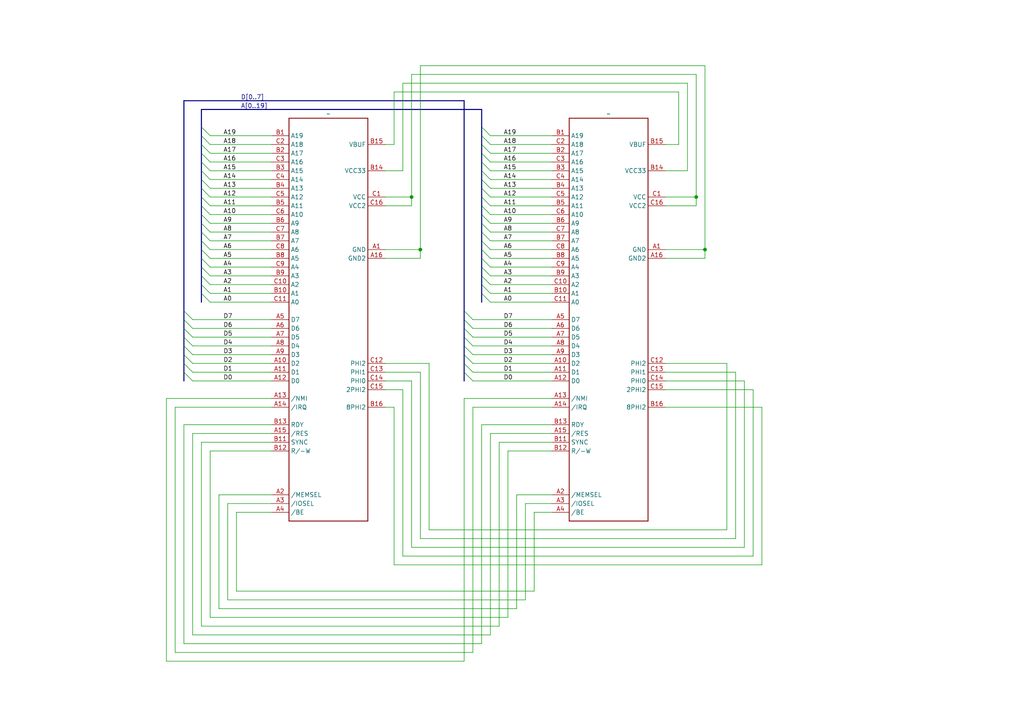
<source format=kicad_sch>
(kicad_sch (version 20231120) (generator "eeschema") (generator_version "8.0")
  (paper "A4")
  (lib_symbols
    (symbol "UltiPetMigrated:CSASHORTBUSFA"
      (symbol "CSASHORTBUSFA_1_0"
        (polyline (pts (xy -12.7 -58.42) (xy 10.16 -58.42)) (stroke (width 0.254)))
        (polyline (pts (xy -12.7 58.42) (xy -12.7 -58.42)) (stroke (width 0.254)))
        (polyline (pts (xy 10.16 -58.42) (xy 10.16 58.42)) (stroke (width 0.254)))
        (polyline (pts (xy 10.16 58.42) (xy -12.7 58.42)) (stroke (width 0.254)))
        (pin bidirectional line (at 15.24 20.32 180) (length 5.08) (name "GND") (number "A1"))
        (pin bidirectional line (at -17.78 -12.7 0) (length 5.08) (name "D2") (number "A10"))
        (pin bidirectional line (at -17.78 -15.24 0) (length 5.08) (name "D1") (number "A11"))
        (pin bidirectional line (at -17.78 -17.78 0) (length 5.08) (name "D0") (number "A12"))
        (pin bidirectional line (at -17.78 -22.86 0) (length 5.08) (name "/NMI") (number "A13"))
        (pin bidirectional line (at -17.78 -25.4 0) (length 5.08) (name "/IRQ") (number "A14"))
        (pin bidirectional line (at -17.78 -33.02 0) (length 5.08) (name "/RES") (number "A15"))
        (pin bidirectional line (at 15.24 17.78 180) (length 5.08) (name "GND2") (number "A16"))
        (pin bidirectional line (at -17.78 -50.8 0) (length 5.08) (name "/MEMSEL") (number "A2"))
        (pin bidirectional line (at -17.78 -53.34 0) (length 5.08) (name "/IOSEL") (number "A3"))
        (pin bidirectional line (at -17.78 -55.88 0) (length 5.08) (name "/BE") (number "A4"))
        (pin bidirectional line (at -17.78 0 0) (length 5.08) (name "D7") (number "A5"))
        (pin bidirectional line (at -17.78 -2.54 0) (length 5.08) (name "D6") (number "A6"))
        (pin bidirectional line (at -17.78 -5.08 0) (length 5.08) (name "D5") (number "A7"))
        (pin bidirectional line (at -17.78 -7.62 0) (length 5.08) (name "D4") (number "A8"))
        (pin bidirectional line (at -17.78 -10.16 0) (length 5.08) (name "D3") (number "A9"))
        (pin bidirectional line (at -17.78 53.34 0) (length 5.08) (name "A19") (number "B1"))
        (pin bidirectional line (at -17.78 7.62 0) (length 5.08) (name "A1") (number "B10"))
        (pin bidirectional line (at -17.78 -35.56 0) (length 5.08) (name "SYNC") (number "B11"))
        (pin bidirectional line (at -17.78 -38.1 0) (length 5.08) (name "R/-W") (number "B12"))
        (pin bidirectional line (at -17.78 -30.48 0) (length 5.08) (name "RDY") (number "B13"))
        (pin bidirectional line (at 15.24 43.18 180) (length 5.08) (name "VCC33") (number "B14"))
        (pin bidirectional line (at 15.24 50.8 180) (length 5.08) (name "VBUF") (number "B15"))
        (pin bidirectional line (at 15.24 -25.4 180) (length 5.08) (name "8PHI2") (number "B16"))
        (pin bidirectional line (at -17.78 48.26 0) (length 5.08) (name "A17") (number "B2"))
        (pin bidirectional line (at -17.78 43.18 0) (length 5.08) (name "A15") (number "B3"))
        (pin bidirectional line (at -17.78 38.1 0) (length 5.08) (name "A13") (number "B4"))
        (pin bidirectional line (at -17.78 33.02 0) (length 5.08) (name "A11") (number "B5"))
        (pin bidirectional line (at -17.78 27.94 0) (length 5.08) (name "A9") (number "B6"))
        (pin bidirectional line (at -17.78 22.86 0) (length 5.08) (name "A7") (number "B7"))
        (pin bidirectional line (at -17.78 17.78 0) (length 5.08) (name "A5") (number "B8"))
        (pin bidirectional line (at -17.78 12.7 0) (length 5.08) (name "A3") (number "B9"))
        (pin bidirectional line (at 15.24 35.56 180) (length 5.08) (name "VCC") (number "C1"))
        (pin bidirectional line (at -17.78 10.16 0) (length 5.08) (name "A2") (number "C10"))
        (pin bidirectional line (at -17.78 5.08 0) (length 5.08) (name "A0") (number "C11"))
        (pin bidirectional line (at 15.24 -12.7 180) (length 5.08) (name "PHI2") (number "C12"))
        (pin bidirectional line (at 15.24 -15.24 180) (length 5.08) (name "PHI1") (number "C13"))
        (pin bidirectional line (at 15.24 -17.78 180) (length 5.08) (name "PHI0") (number "C14"))
        (pin bidirectional line (at 15.24 -20.32 180) (length 5.08) (name "2PHI2") (number "C15"))
        (pin bidirectional line (at 15.24 33.02 180) (length 5.08) (name "VCC2") (number "C16"))
        (pin bidirectional line (at -17.78 50.8 0) (length 5.08) (name "A18") (number "C2"))
        (pin bidirectional line (at -17.78 45.72 0) (length 5.08) (name "A16") (number "C3"))
        (pin bidirectional line (at -17.78 40.64 0) (length 5.08) (name "A14") (number "C4"))
        (pin bidirectional line (at -17.78 35.56 0) (length 5.08) (name "A12") (number "C5"))
        (pin bidirectional line (at -17.78 30.48 0) (length 5.08) (name "A10") (number "C6"))
        (pin bidirectional line (at -17.78 25.4 0) (length 5.08) (name "A8") (number "C7"))
        (pin bidirectional line (at -17.78 20.32 0) (length 5.08) (name "A6") (number "C8"))
        (pin bidirectional line (at -17.78 15.24 0) (length 5.08) (name "A4") (number "C9"))
      )
    )
    (symbol "UltiPetMigrated:CSASHORTBUSMA"
      (symbol "CSASHORTBUSMA_1_0"
        (polyline (pts (xy -12.7 -58.42) (xy 10.16 -58.42)) (stroke (width 0.254)))
        (polyline (pts (xy -12.7 58.42) (xy -12.7 -58.42)) (stroke (width 0.254)))
        (polyline (pts (xy 10.16 -58.42) (xy 10.16 58.42)) (stroke (width 0.254)))
        (polyline (pts (xy 10.16 58.42) (xy -12.7 58.42)) (stroke (width 0.254)))
        (pin bidirectional line (at 15.24 20.32 180) (length 5.08) (name "GND") (number "A1"))
        (pin bidirectional line (at -17.78 -12.7 0) (length 5.08) (name "D2") (number "A10"))
        (pin bidirectional line (at -17.78 -15.24 0) (length 5.08) (name "D1") (number "A11"))
        (pin bidirectional line (at -17.78 -17.78 0) (length 5.08) (name "D0") (number "A12"))
        (pin bidirectional line (at -17.78 -22.86 0) (length 5.08) (name "/NMI") (number "A13"))
        (pin bidirectional line (at -17.78 -25.4 0) (length 5.08) (name "/IRQ") (number "A14"))
        (pin bidirectional line (at -17.78 -33.02 0) (length 5.08) (name "/RES") (number "A15"))
        (pin bidirectional line (at 15.24 17.78 180) (length 5.08) (name "GND2") (number "A16"))
        (pin bidirectional line (at -17.78 -50.8 0) (length 5.08) (name "/MEMSEL") (number "A2"))
        (pin bidirectional line (at -17.78 -53.34 0) (length 5.08) (name "/IOSEL") (number "A3"))
        (pin bidirectional line (at -17.78 -55.88 0) (length 5.08) (name "/BE") (number "A4"))
        (pin bidirectional line (at -17.78 0 0) (length 5.08) (name "D7") (number "A5"))
        (pin bidirectional line (at -17.78 -2.54 0) (length 5.08) (name "D6") (number "A6"))
        (pin bidirectional line (at -17.78 -5.08 0) (length 5.08) (name "D5") (number "A7"))
        (pin bidirectional line (at -17.78 -7.62 0) (length 5.08) (name "D4") (number "A8"))
        (pin bidirectional line (at -17.78 -10.16 0) (length 5.08) (name "D3") (number "A9"))
        (pin bidirectional line (at -17.78 53.34 0) (length 5.08) (name "A19") (number "B1"))
        (pin bidirectional line (at -17.78 7.62 0) (length 5.08) (name "A1") (number "B10"))
        (pin bidirectional line (at -17.78 -35.56 0) (length 5.08) (name "SYNC") (number "B11"))
        (pin bidirectional line (at -17.78 -38.1 0) (length 5.08) (name "R/-W") (number "B12"))
        (pin bidirectional line (at -17.78 -30.48 0) (length 5.08) (name "RDY") (number "B13"))
        (pin bidirectional line (at 15.24 43.18 180) (length 5.08) (name "VCC33") (number "B14"))
        (pin bidirectional line (at 15.24 50.8 180) (length 5.08) (name "VBUF") (number "B15"))
        (pin bidirectional line (at 15.24 -25.4 180) (length 5.08) (name "8PHI2") (number "B16"))
        (pin bidirectional line (at -17.78 48.26 0) (length 5.08) (name "A17") (number "B2"))
        (pin bidirectional line (at -17.78 43.18 0) (length 5.08) (name "A15") (number "B3"))
        (pin bidirectional line (at -17.78 38.1 0) (length 5.08) (name "A13") (number "B4"))
        (pin bidirectional line (at -17.78 33.02 0) (length 5.08) (name "A11") (number "B5"))
        (pin bidirectional line (at -17.78 27.94 0) (length 5.08) (name "A9") (number "B6"))
        (pin bidirectional line (at -17.78 22.86 0) (length 5.08) (name "A7") (number "B7"))
        (pin bidirectional line (at -17.78 17.78 0) (length 5.08) (name "A5") (number "B8"))
        (pin bidirectional line (at -17.78 12.7 0) (length 5.08) (name "A3") (number "B9"))
        (pin bidirectional line (at 15.24 35.56 180) (length 5.08) (name "VCC") (number "C1"))
        (pin bidirectional line (at -17.78 10.16 0) (length 5.08) (name "A2") (number "C10"))
        (pin bidirectional line (at -17.78 5.08 0) (length 5.08) (name "A0") (number "C11"))
        (pin bidirectional line (at 15.24 -12.7 180) (length 5.08) (name "PHI2") (number "C12"))
        (pin bidirectional line (at 15.24 -15.24 180) (length 5.08) (name "PHI1") (number "C13"))
        (pin bidirectional line (at 15.24 -17.78 180) (length 5.08) (name "PHI0") (number "C14"))
        (pin bidirectional line (at 15.24 -20.32 180) (length 5.08) (name "2PHI2") (number "C15"))
        (pin bidirectional line (at 15.24 33.02 180) (length 5.08) (name "VCC2") (number "C16"))
        (pin bidirectional line (at -17.78 50.8 0) (length 5.08) (name "A18") (number "C2"))
        (pin bidirectional line (at -17.78 45.72 0) (length 5.08) (name "A16") (number "C3"))
        (pin bidirectional line (at -17.78 40.64 0) (length 5.08) (name "A14") (number "C4"))
        (pin bidirectional line (at -17.78 35.56 0) (length 5.08) (name "A12") (number "C5"))
        (pin bidirectional line (at -17.78 30.48 0) (length 5.08) (name "A10") (number "C6"))
        (pin bidirectional line (at -17.78 25.4 0) (length 5.08) (name "A8") (number "C7"))
        (pin bidirectional line (at -17.78 20.32 0) (length 5.08) (name "A6") (number "C8"))
        (pin bidirectional line (at -17.78 15.24 0) (length 5.08) (name "A4") (number "C9"))
      )
    )
  )
  (junction (at 119.38 57.15))
  (junction (at 121.92 72.39))
  (junction (at 201.93 57.15))
  (junction (at 204.47 72.39))
  (bus_entry (at 58.42 52.07) (size 2.54 2.54))
  (bus_entry (at 58.42 85.09) (size 2.54 2.54))
  (bus_entry (at 139.7 62.23) (size 2.54 2.54))
  (bus_entry (at 134.62 92.71) (size 2.54 2.54))
  (bus_entry (at 58.42 46.99) (size 2.54 2.54))
  (bus_entry (at 58.42 64.77) (size 2.54 2.54))
  (bus_entry (at 139.7 36.83) (size 2.54 2.54))
  (bus_entry (at 139.7 69.85) (size 2.54 2.54))
  (bus_entry (at 139.7 54.61) (size 2.54 2.54))
  (bus_entry (at 139.7 72.39) (size 2.54 2.54))
  (bus_entry (at 53.34 97.79) (size 2.54 2.54))
  (bus_entry (at 139.7 77.47) (size 2.54 2.54))
  (bus_entry (at 58.42 82.55) (size 2.54 2.54))
  (bus_entry (at 139.7 52.07) (size 2.54 2.54))
  (bus_entry (at 134.62 97.79) (size 2.54 2.54))
  (bus_entry (at 53.34 90.17) (size 2.54 2.54))
  (bus_entry (at 58.42 57.15) (size 2.54 2.54))
  (bus_entry (at 134.62 102.87) (size 2.54 2.54))
  (bus_entry (at 134.62 100.33) (size 2.54 2.54))
  (bus_entry (at 139.7 67.31) (size 2.54 2.54))
  (bus_entry (at 53.34 92.71) (size 2.54 2.54))
  (bus_entry (at 58.42 77.47) (size 2.54 2.54))
  (bus_entry (at 58.42 72.39) (size 2.54 2.54))
  (bus_entry (at 139.7 46.99) (size 2.54 2.54))
  (bus_entry (at 58.42 80.01) (size 2.54 2.54))
  (bus_entry (at 139.7 44.45) (size 2.54 2.54))
  (bus_entry (at 139.7 49.53) (size 2.54 2.54))
  (bus_entry (at 58.42 41.91) (size 2.54 2.54))
  (bus_entry (at 134.62 105.41) (size 2.54 2.54))
  (bus_entry (at 139.7 82.55) (size 2.54 2.54))
  (bus_entry (at 58.42 59.69) (size 2.54 2.54))
  (bus_entry (at 58.42 44.45) (size 2.54 2.54))
  (bus_entry (at 53.34 107.95) (size 2.54 2.54))
  (bus_entry (at 134.62 95.25) (size 2.54 2.54))
  (bus_entry (at 53.34 102.87) (size 2.54 2.54))
  (bus_entry (at 58.42 54.61) (size 2.54 2.54))
  (bus_entry (at 58.42 69.85) (size 2.54 2.54))
  (bus_entry (at 134.62 90.17) (size 2.54 2.54))
  (bus_entry (at 58.42 49.53) (size 2.54 2.54))
  (bus_entry (at 139.7 80.01) (size 2.54 2.54))
  (bus_entry (at 139.7 39.37) (size 2.54 2.54))
  (bus_entry (at 139.7 57.15) (size 2.54 2.54))
  (bus_entry (at 58.42 36.83) (size 2.54 2.54))
  (bus_entry (at 58.42 39.37) (size 2.54 2.54))
  (bus_entry (at 139.7 74.93) (size 2.54 2.54))
  (bus_entry (at 58.42 74.93) (size 2.54 2.54))
  (bus_entry (at 58.42 67.31) (size 2.54 2.54))
  (bus_entry (at 134.62 107.95) (size 2.54 2.54))
  (bus_entry (at 53.34 100.33) (size 2.54 2.54))
  (bus_entry (at 139.7 64.77) (size 2.54 2.54))
  (bus_entry (at 139.7 85.09) (size 2.54 2.54))
  (bus_entry (at 53.34 95.25) (size 2.54 2.54))
  (bus_entry (at 53.34 105.41) (size 2.54 2.54))
  (bus_entry (at 139.7 41.91) (size 2.54 2.54))
  (bus_entry (at 58.42 62.23) (size 2.54 2.54))
  (bus_entry (at 139.7 59.69) (size 2.54 2.54))
  (wire (pts (xy 116.84 113.03) (xy 116.84 161.29)))
  (wire (pts (xy 60.96 67.31) (xy 78.74 67.31)))
  (bus (pts (xy 58.42 69.85) (xy 58.42 72.39)))
  (wire (pts (xy 60.96 130.81) (xy 60.96 179.07)))
  (wire (pts (xy 142.24 62.23) (xy 160.02 62.23)))
  (bus (pts (xy 53.34 29.21) (xy 134.62 29.21)))
  (wire (pts (xy 111.76 59.69) (xy 119.38 59.69)))
  (wire (pts (xy 201.93 21.59) (xy 201.93 57.15)))
  (wire (pts (xy 137.16 189.23) (xy 50.8 189.23)))
  (wire (pts (xy 60.96 82.55) (xy 78.74 82.55)))
  (wire (pts (xy 147.32 130.81) (xy 160.02 130.81)))
  (wire (pts (xy 199.39 49.53) (xy 193.04 49.53)))
  (bus (pts (xy 134.62 29.21) (xy 134.62 90.17)))
  (wire (pts (xy 220.98 163.83) (xy 220.98 118.11)))
  (bus (pts (xy 139.7 74.93) (xy 139.7 77.47)))
  (bus (pts (xy 58.42 72.39) (xy 58.42 74.93)))
  (bus (pts (xy 58.42 41.91) (xy 58.42 44.45)))
  (wire (pts (xy 142.24 72.39) (xy 160.02 72.39)))
  (wire (pts (xy 142.24 69.85) (xy 160.02 69.85)))
  (bus (pts (xy 58.42 44.45) (xy 58.42 46.99)))
  (bus (pts (xy 58.42 80.01) (xy 58.42 82.55)))
  (wire (pts (xy 149.86 176.53) (xy 63.5 176.53)))
  (wire (pts (xy 78.74 146.05) (xy 66.04 146.05)))
  (wire (pts (xy 134.62 191.77) (xy 134.62 115.57)))
  (wire (pts (xy 55.88 102.87) (xy 78.74 102.87)))
  (bus (pts (xy 139.7 36.83) (xy 139.7 39.37)))
  (wire (pts (xy 119.38 59.69) (xy 119.38 57.15)))
  (wire (pts (xy 114.3 118.11) (xy 114.3 163.83)))
  (wire (pts (xy 201.93 57.15) (xy 201.93 59.69)))
  (bus (pts (xy 139.7 54.61) (xy 139.7 57.15)))
  (wire (pts (xy 60.96 80.01) (xy 78.74 80.01)))
  (wire (pts (xy 193.04 57.15) (xy 201.93 57.15)))
  (wire (pts (xy 111.76 57.15) (xy 119.38 57.15)))
  (wire (pts (xy 196.85 26.67) (xy 196.85 41.91)))
  (wire (pts (xy 55.88 107.95) (xy 78.74 107.95)))
  (bus (pts (xy 58.42 49.53) (xy 58.42 52.07)))
  (bus (pts (xy 139.7 67.31) (xy 139.7 69.85)))
  (wire (pts (xy 111.76 74.93) (xy 121.92 74.93)))
  (wire (pts (xy 78.74 130.81) (xy 60.96 130.81)))
  (bus (pts (xy 53.34 107.95) (xy 53.34 105.41)))
  (bus (pts (xy 53.34 97.79) (xy 53.34 95.25)))
  (wire (pts (xy 58.42 181.61) (xy 144.78 181.61)))
  (wire (pts (xy 142.24 80.01) (xy 160.02 80.01)))
  (wire (pts (xy 142.24 67.31) (xy 160.02 67.31)))
  (wire (pts (xy 55.88 97.79) (xy 78.74 97.79)))
  (wire (pts (xy 66.04 173.99) (xy 152.4 173.99)))
  (bus (pts (xy 53.34 102.87) (xy 53.34 100.33)))
  (wire (pts (xy 116.84 24.13) (xy 199.39 24.13)))
  (wire (pts (xy 48.26 115.57) (xy 48.26 191.77)))
  (wire (pts (xy 55.88 95.25) (xy 78.74 95.25)))
  (wire (pts (xy 137.16 118.11) (xy 137.16 189.23)))
  (wire (pts (xy 60.96 74.93) (xy 78.74 74.93)))
  (bus (pts (xy 139.7 52.07) (xy 139.7 54.61)))
  (bus (pts (xy 139.7 64.77) (xy 139.7 67.31)))
  (wire (pts (xy 63.5 143.51) (xy 78.74 143.51)))
  (wire (pts (xy 55.88 100.33) (xy 78.74 100.33)))
  (bus (pts (xy 134.62 95.25) (xy 134.62 92.71)))
  (bus (pts (xy 134.62 102.87) (xy 134.62 100.33)))
  (bus (pts (xy 53.34 100.33) (xy 53.34 97.79)))
  (bus (pts (xy 139.7 77.47) (xy 139.7 80.01)))
  (wire (pts (xy 119.38 21.59) (xy 201.93 21.59)))
  (wire (pts (xy 111.76 113.03) (xy 116.84 113.03)))
  (wire (pts (xy 119.38 110.49) (xy 119.38 158.75)))
  (bus (pts (xy 139.7 44.45) (xy 139.7 46.99)))
  (wire (pts (xy 196.85 41.91) (xy 193.04 41.91)))
  (wire (pts (xy 119.38 57.15) (xy 119.38 21.59)))
  (wire (pts (xy 78.74 125.73) (xy 55.88 125.73)))
  (wire (pts (xy 137.16 100.33) (xy 160.02 100.33)))
  (wire (pts (xy 78.74 115.57) (xy 48.26 115.57)))
  (wire (pts (xy 121.92 72.39) (xy 121.92 19.05)))
  (bus (pts (xy 139.7 41.91) (xy 139.7 44.45)))
  (wire (pts (xy 137.16 92.71) (xy 160.02 92.71)))
  (bus (pts (xy 134.62 92.71) (xy 134.62 90.17)))
  (wire (pts (xy 213.36 156.21) (xy 121.92 156.21)))
  (wire (pts (xy 160.02 143.51) (xy 149.86 143.51)))
  (bus (pts (xy 58.42 85.09) (xy 58.42 87.63)))
  (bus (pts (xy 134.62 100.33) (xy 134.62 97.79)))
  (wire (pts (xy 111.76 49.53) (xy 116.84 49.53)))
  (wire (pts (xy 144.78 128.27) (xy 160.02 128.27)))
  (wire (pts (xy 142.24 46.99) (xy 160.02 46.99)))
  (wire (pts (xy 160.02 118.11) (xy 137.16 118.11)))
  (wire (pts (xy 48.26 191.77) (xy 134.62 191.77)))
  (wire (pts (xy 114.3 26.67) (xy 196.85 26.67)))
  (wire (pts (xy 60.96 57.15) (xy 78.74 57.15)))
  (wire (pts (xy 137.16 110.49) (xy 160.02 110.49)))
  (bus (pts (xy 139.7 57.15) (xy 139.7 59.69)))
  (wire (pts (xy 154.94 171.45) (xy 154.94 148.59)))
  (wire (pts (xy 111.76 105.41) (xy 124.46 105.41)))
  (wire (pts (xy 78.74 123.19) (xy 53.34 123.19)))
  (wire (pts (xy 60.96 62.23) (xy 78.74 62.23)))
  (wire (pts (xy 137.16 107.95) (xy 160.02 107.95)))
  (wire (pts (xy 204.47 72.39) (xy 204.47 74.93)))
  (wire (pts (xy 111.76 72.39) (xy 121.92 72.39)))
  (wire (pts (xy 142.24 39.37) (xy 160.02 39.37)))
  (bus (pts (xy 58.42 46.99) (xy 58.42 49.53)))
  (wire (pts (xy 55.88 105.41) (xy 78.74 105.41)))
  (wire (pts (xy 218.44 113.03) (xy 193.04 113.03)))
  (wire (pts (xy 152.4 146.05) (xy 160.02 146.05)))
  (wire (pts (xy 215.9 110.49) (xy 193.04 110.49)))
  (wire (pts (xy 210.82 153.67) (xy 210.82 105.41)))
  (bus (pts (xy 139.7 72.39) (xy 139.7 74.93)))
  (wire (pts (xy 55.88 125.73) (xy 55.88 184.15)))
  (bus (pts (xy 139.7 62.23) (xy 139.7 64.77)))
  (wire (pts (xy 124.46 153.67) (xy 210.82 153.67)))
  (bus (pts (xy 58.42 67.31) (xy 58.42 69.85)))
  (bus (pts (xy 58.42 77.47) (xy 58.42 80.01)))
  (wire (pts (xy 68.58 171.45) (xy 154.94 171.45)))
  (wire (pts (xy 60.96 52.07) (xy 78.74 52.07)))
  (wire (pts (xy 60.96 72.39) (xy 78.74 72.39)))
  (wire (pts (xy 60.96 179.07) (xy 147.32 179.07)))
  (wire (pts (xy 137.16 95.25) (xy 160.02 95.25)))
  (wire (pts (xy 55.88 184.15) (xy 142.24 184.15)))
  (bus (pts (xy 58.42 59.69) (xy 58.42 62.23)))
  (bus (pts (xy 134.62 107.95) (xy 134.62 105.41)))
  (wire (pts (xy 60.96 41.91) (xy 78.74 41.91)))
  (wire (pts (xy 60.96 39.37) (xy 78.74 39.37)))
  (wire (pts (xy 142.24 74.93) (xy 160.02 74.93)))
  (bus (pts (xy 139.7 49.53) (xy 139.7 52.07)))
  (bus (pts (xy 139.7 31.75) (xy 139.7 36.83)))
  (bus (pts (xy 139.7 85.09) (xy 139.7 87.63)))
  (bus (pts (xy 139.7 46.99) (xy 139.7 49.53)))
  (wire (pts (xy 58.42 128.27) (xy 58.42 181.61)))
  (wire (pts (xy 78.74 128.27) (xy 58.42 128.27)))
  (bus (pts (xy 53.34 92.71) (xy 53.34 90.17)))
  (wire (pts (xy 142.24 64.77) (xy 160.02 64.77)))
  (bus (pts (xy 53.34 90.17) (xy 53.34 29.21)))
  (bus (pts (xy 139.7 82.55) (xy 139.7 85.09)))
  (wire (pts (xy 50.8 189.23) (xy 50.8 118.11)))
  (wire (pts (xy 142.24 49.53) (xy 160.02 49.53)))
  (wire (pts (xy 111.76 41.91) (xy 114.3 41.91)))
  (bus (pts (xy 58.42 52.07) (xy 58.42 54.61)))
  (wire (pts (xy 193.04 72.39) (xy 204.47 72.39)))
  (wire (pts (xy 78.74 148.59) (xy 68.58 148.59)))
  (wire (pts (xy 60.96 69.85) (xy 78.74 69.85)))
  (wire (pts (xy 204.47 19.05) (xy 204.47 72.39)))
  (bus (pts (xy 139.7 69.85) (xy 139.7 72.39)))
  (wire (pts (xy 142.24 125.73) (xy 160.02 125.73)))
  (wire (pts (xy 121.92 19.05) (xy 204.47 19.05)))
  (wire (pts (xy 154.94 148.59) (xy 160.02 148.59)))
  (wire (pts (xy 55.88 110.49) (xy 78.74 110.49)))
  (bus (pts (xy 139.7 59.69) (xy 139.7 62.23)))
  (bus (pts (xy 58.42 54.61) (xy 58.42 57.15)))
  (wire (pts (xy 215.9 158.75) (xy 215.9 110.49)))
  (bus (pts (xy 58.42 36.83) (xy 58.42 39.37)))
  (wire (pts (xy 213.36 107.95) (xy 213.36 156.21)))
  (wire (pts (xy 149.86 143.51) (xy 149.86 176.53)))
  (wire (pts (xy 121.92 156.21) (xy 121.92 107.95)))
  (wire (pts (xy 137.16 102.87) (xy 160.02 102.87)))
  (wire (pts (xy 119.38 158.75) (xy 215.9 158.75)))
  (wire (pts (xy 144.78 181.61) (xy 144.78 128.27)))
  (bus (pts (xy 134.62 97.79) (xy 134.62 95.25)))
  (wire (pts (xy 152.4 173.99) (xy 152.4 146.05)))
  (bus (pts (xy 139.7 39.37) (xy 139.7 41.91)))
  (bus (pts (xy 58.42 62.23) (xy 58.42 64.77)))
  (wire (pts (xy 218.44 161.29) (xy 218.44 113.03)))
  (wire (pts (xy 142.24 87.63) (xy 160.02 87.63)))
  (wire (pts (xy 137.16 105.41) (xy 160.02 105.41)))
  (wire (pts (xy 139.7 186.69) (xy 139.7 123.19)))
  (wire (pts (xy 142.24 44.45) (xy 160.02 44.45)))
  (bus (pts (xy 134.62 105.41) (xy 134.62 102.87)))
  (wire (pts (xy 142.24 54.61) (xy 160.02 54.61)))
  (wire (pts (xy 60.96 64.77) (xy 78.74 64.77)))
  (wire (pts (xy 142.24 82.55) (xy 160.02 82.55)))
  (bus (pts (xy 53.34 110.49) (xy 53.34 107.95)))
  (wire (pts (xy 204.47 74.93) (xy 193.04 74.93)))
  (wire (pts (xy 116.84 161.29) (xy 218.44 161.29)))
  (wire (pts (xy 53.34 186.69) (xy 139.7 186.69)))
  (bus (pts (xy 53.34 105.41) (xy 53.34 102.87)))
  (bus (pts (xy 58.42 31.75) (xy 58.42 36.83)))
  (wire (pts (xy 50.8 118.11) (xy 78.74 118.11)))
  (wire (pts (xy 60.96 77.47) (xy 78.74 77.47)))
  (bus (pts (xy 58.42 31.75) (xy 139.7 31.75)))
  (wire (pts (xy 114.3 41.91) (xy 114.3 26.67)))
  (wire (pts (xy 137.16 97.79) (xy 160.02 97.79)))
  (wire (pts (xy 60.96 49.53) (xy 78.74 49.53)))
  (wire (pts (xy 60.96 46.99) (xy 78.74 46.99)))
  (wire (pts (xy 66.04 146.05) (xy 66.04 173.99)))
  (wire (pts (xy 111.76 110.49) (xy 119.38 110.49)))
  (wire (pts (xy 116.84 49.53) (xy 116.84 24.13)))
  (wire (pts (xy 60.96 85.09) (xy 78.74 85.09)))
  (wire (pts (xy 111.76 118.11) (xy 114.3 118.11)))
  (wire (pts (xy 60.96 59.69) (xy 78.74 59.69)))
  (wire (pts (xy 53.34 123.19) (xy 53.34 186.69)))
  (wire (pts (xy 139.7 123.19) (xy 160.02 123.19)))
  (wire (pts (xy 220.98 118.11) (xy 193.04 118.11)))
  (wire (pts (xy 63.5 176.53) (xy 63.5 143.51)))
  (bus (pts (xy 139.7 80.01) (xy 139.7 82.55)))
  (wire (pts (xy 142.24 85.09) (xy 160.02 85.09)))
  (wire (pts (xy 68.58 148.59) (xy 68.58 171.45)))
  (bus (pts (xy 58.42 74.93) (xy 58.42 77.47)))
  (wire (pts (xy 60.96 87.63) (xy 78.74 87.63)))
  (bus (pts (xy 58.42 39.37) (xy 58.42 41.91)))
  (wire (pts (xy 142.24 184.15) (xy 142.24 125.73)))
  (wire (pts (xy 114.3 163.83) (xy 220.98 163.83)))
  (bus (pts (xy 58.42 64.77) (xy 58.42 67.31)))
  (bus (pts (xy 53.34 95.25) (xy 53.34 92.71)))
  (wire (pts (xy 193.04 107.95) (xy 213.36 107.95)))
  (wire (pts (xy 121.92 107.95) (xy 111.76 107.95)))
  (wire (pts (xy 142.24 59.69) (xy 160.02 59.69)))
  (wire (pts (xy 142.24 57.15) (xy 160.02 57.15)))
  (bus (pts (xy 58.42 82.55) (xy 58.42 85.09)))
  (bus (pts (xy 58.42 57.15) (xy 58.42 59.69)))
  (wire (pts (xy 60.96 54.61) (xy 78.74 54.61)))
  (wire (pts (xy 142.24 41.91) (xy 160.02 41.91)))
  (wire (pts (xy 134.62 115.57) (xy 160.02 115.57)))
  (bus (pts (xy 134.62 110.49) (xy 134.62 107.95)))
  (wire (pts (xy 147.32 179.07) (xy 147.32 130.81)))
  (wire (pts (xy 201.93 59.69) (xy 193.04 59.69)))
  (wire (pts (xy 210.82 105.41) (xy 193.04 105.41)))
  (wire (pts (xy 121.92 74.93) (xy 121.92 72.39)))
  (wire (pts (xy 142.24 77.47) (xy 160.02 77.47)))
  (wire (pts (xy 124.46 105.41) (xy 124.46 153.67)))
  (wire (pts (xy 142.24 52.07) (xy 160.02 52.07)))
  (wire (pts (xy 55.88 92.71) (xy 78.74 92.71)))
  (wire (pts (xy 60.96 44.45) (xy 78.74 44.45)))
  (wire (pts (xy 199.39 24.13) (xy 199.39 49.53)))
  (label "A15" (at 64.77 49.53 0))
  (label "A11" (at 64.77 59.69 0))
  (label "A15" (at 146.05 49.53 0))
  (label "A17" (at 64.77 44.45 0))
  (label "D1" (at 64.77 107.95 0))
  (label "A4" (at 146.05 77.47 0))
  (label "A9" (at 64.77 64.77 0))
  (label "A8" (at 146.05 67.31 0))
  (label "D7" (at 146.05 92.71 0))
  (label "A16" (at 146.05 46.99 0))
  (label "D5" (at 146.05 97.79 0))
  (label "A18" (at 64.77 41.91 0))
  (label "A19" (at 64.77 39.37 0))
  (label "A[0..19]" (at 69.85 31.75 0))
  (label "A5" (at 146.05 74.93 0))
  (label "A10" (at 64.77 62.23 0))
  (label "D5" (at 64.77 97.79 0))
  (label "A5" (at 64.77 74.93 0))
  (label "A7" (at 146.05 69.85 0))
  (label "D[0..7]" (at 69.85 29.21 0))
  (label "A6" (at 146.05 72.39 0))
  (label "D6" (at 146.05 95.25 0))
  (label "D7" (at 64.77 92.71 0))
  (label "A9" (at 146.05 64.77 0))
  (label "D2" (at 146.05 105.41 0))
  (label "A0" (at 146.05 87.63 0))
  (label "D6" (at 64.77 95.25 0))
  (label "A8" (at 64.77 67.31 0))
  (label "A10" (at 146.05 62.23 0))
  (label "A3" (at 146.05 80.01 0))
  (label "D3" (at 146.05 102.87 0))
  (label "D2" (at 64.77 105.41 0))
  (label "A2" (at 64.77 82.55 0))
  (label "A14" (at 64.77 52.07 0))
  (label "A4" (at 64.77 77.47 0))
  (label "A1" (at 146.05 85.09 0))
  (label "A12" (at 64.77 57.15 0))
  (label "D0" (at 64.77 110.49 0))
  (label "D3" (at 64.77 102.87 0))
  (label "A2" (at 146.05 82.55 0))
  (label "A0" (at 64.77 87.63 0))
  (label "A6" (at 64.77 72.39 0))
  (label "D0" (at 146.05 110.49 0))
  (label "A13" (at 146.05 54.61 0))
  (label "D1" (at 146.05 107.95 0))
  (label "D4" (at 146.05 100.33 0))
  (label "A7" (at 64.77 69.85 0))
  (label "A16" (at 64.77 46.99 0))
  (label "A3" (at 64.77 80.01 0))
  (label "A18" (at 146.05 41.91 0))
  (label "A11" (at 146.05 59.69 0))
  (label "A14" (at 146.05 52.07 0))
  (label "A12" (at 146.05 57.15 0))
  (label "A19" (at 146.05 39.37 0))
  (label "A1" (at 64.77 85.09 0))
  (label "A17" (at 146.05 44.45 0))
  (label "A13" (at 64.77 54.61 0))
  (label "D4" (at 64.77 100.33 0))
  (symbol (lib_id "UltiPetMigrated:CSASHORTBUSMA") (at 96.52 92.71 0) (unit 1)
    (property "Reference" "P1" (effects (hide yes)))
    (property "Value" "~" (at 95.25 33.02 0) (effects (font (size 1.778 1.5113))))
    (property "Footprint" "UltiPETMigrated:FABC48R2" (effects (hide yes)))
  )
  (symbol (lib_id "UltiPetMigrated:CSASHORTBUSFA") (at 177.8 92.71 0) (unit 1)
    (property "Reference" "P2" (effects (hide yes)))
    (property "Value" "~" (at 176.53 33.02 0) (effects (font (size 1.778 1.5113))))
    (property "Footprint" "UltiPETMigrated:FABC48R2" (effects (hide yes)))
  )
)
</source>
